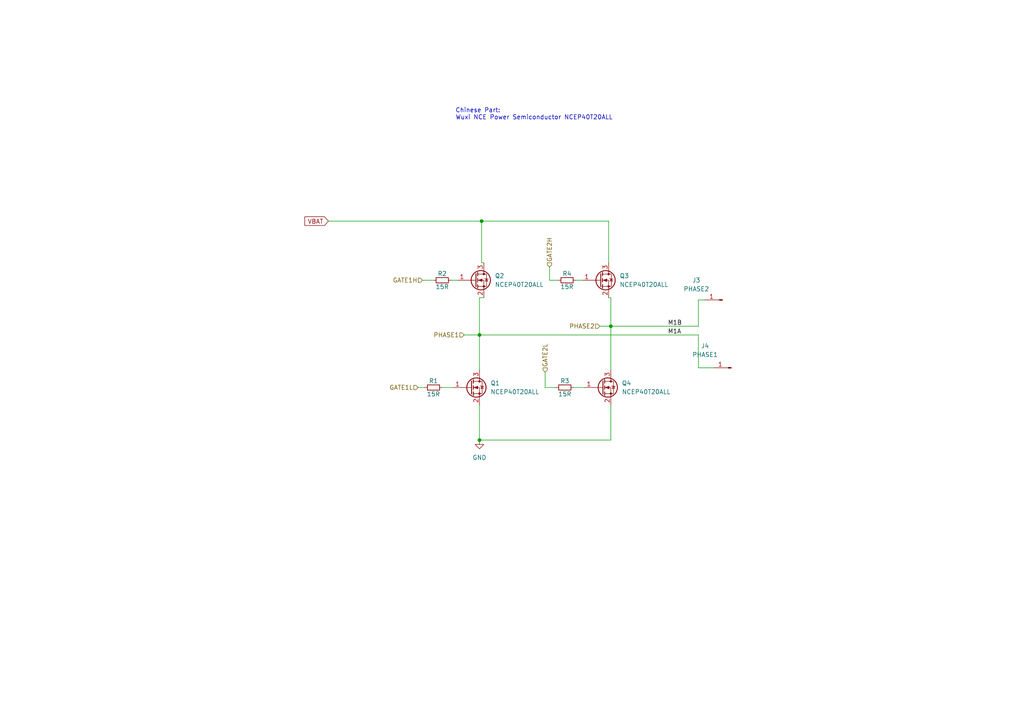
<source format=kicad_sch>
(kicad_sch (version 20210621) (generator eeschema)
  (paper "A4")
  (lib_symbols
    (symbol "Connector:Conn_01x01_Male" (pin_names (offset 1.016) hide)
      (property "Reference" "J" (at 0 2.54 0))
      (property "Value" "Conn_01x01_Male" (at 0 -2.54 0))
      (symbol "Conn_01x01_Male_1_1"
        (polyline (pts (xy 1.27 0) (xy 0.8636 0)) (stroke (width 0.1524)))
        (rectangle (start 0.8636 0.127) (end 0 -0.127) (stroke (width 0.1524)) (fill (type outline)))
        (pin passive line (at 5.08 0 180) (length 3.81) (name "Pin_1") (number "1"))
      )
    )
    (symbol "Device:R_Small" (pin_numbers hide) (pin_names (offset 0.254) hide)
      (property "Reference" "R" (at 0.762 0.508 0))
      (property "Value" "R_Small" (at 0.762 -1.016 0))
      (symbol "R_Small_0_1"
        (rectangle (start -0.762 1.778) (end 0.762 -1.778) (stroke (width 0.2032)))
      )
      (symbol "R_Small_1_1"
        (pin passive line (at 0 2.54 270) (length 0.762) (name "~") (number "1"))
        (pin passive line (at 0 -2.54 90) (length 0.762) (name "~") (number "2"))
      )
    )
    (symbol "Transistor_FET:IPT012N08N5" (pin_names hide)
      (property "Reference" "Q" (at 5.08 1.905 0))
      (property "Value" "IPT012N08N5" (at 5.08 0 0))
      (symbol "IPT012N08N5_0_1"
        (polyline (pts (xy 0.254 0) (xy -2.54 0)))
        (polyline (pts (xy 0.254 1.905) (xy 0.254 -1.905)) (stroke (width 0.254)))
        (polyline (pts (xy 0.762 -1.27) (xy 0.762 -2.286)) (stroke (width 0.254)))
        (polyline (pts (xy 0.762 0.508) (xy 0.762 -0.508)) (stroke (width 0.254)))
        (polyline (pts (xy 0.762 2.286) (xy 0.762 1.27)) (stroke (width 0.254)))
        (polyline (pts (xy 2.54 2.54) (xy 2.54 1.778)))
        (polyline (pts (xy 2.54 -2.54) (xy 2.54 0) (xy 0.762 0)))
        (polyline (pts (xy 0.762 -1.778) (xy 3.302 -1.778) (xy 3.302 1.778) (xy 0.762 1.778)))
        (polyline (pts (xy 1.016 0) (xy 2.032 0.381) (xy 2.032 -0.381) (xy 1.016 0)) (fill (type outline)))
        (polyline (pts (xy 2.794 0.508) (xy 2.921 0.381) (xy 3.683 0.381) (xy 3.81 0.254)))
        (polyline (pts (xy 3.302 0.381) (xy 2.921 -0.254) (xy 3.683 -0.254) (xy 3.302 0.381)))
        (circle (center 1.651 0) (radius 2.794) (stroke (width 0.254)))
        (circle (center 2.54 -1.778) (radius 0.254) (fill (type outline)))
        (circle (center 2.54 1.778) (radius 0.254) (fill (type outline)))
      )
      (symbol "IPT012N08N5_1_1"
        (pin input line (at -5.08 0 0) (length 2.54) (name "G") (number "1"))
        (pin passive line (at 2.54 -5.08 90) (length 2.54) (name "S") (number "2"))
        (pin passive line (at 2.54 5.08 270) (length 2.54) (name "D") (number "3"))
      )
    )
    (symbol "power:GND" (power) (pin_names (offset 0))
      (property "Value" "GND" (at 0 -3.81 0))
      (symbol "GND_0_1"
        (polyline (pts (xy 0 0) (xy 0 -1.27) (xy 1.27 -1.27) (xy 0 -2.54) (xy -1.27 -1.27) (xy 0 -1.27)))
      )
      (symbol "GND_1_1"
        (pin power_in line (at 0 0 270) (length 0) hide (name "GND") (number "1"))
      )
    )
  )
  (junction (at 177.165 94.615))
  (junction (at 139.065 127.635))
  (junction (at 139.7 64.135))
  (junction (at 139.065 97.155))
  (wire (pts (xy 95.25 64.135) (xy 139.7 64.135)))
  (wire (pts (xy 121.285 112.395) (xy 123.19 112.395)))
  (wire (pts (xy 128.27 112.395) (xy 131.445 112.395)))
  (wire (pts (xy 202.565 97.155) (xy 202.565 106.68)))
  (wire (pts (xy 202.565 106.68) (xy 207.01 106.68)))
  (wire (pts (xy 139.065 127.635) (xy 177.165 127.635)))
  (wire (pts (xy 159.385 77.47) (xy 159.385 81.28)))
  (wire (pts (xy 167.005 81.28) (xy 168.91 81.28)))
  (wire (pts (xy 159.385 81.28) (xy 161.925 81.28)))
  (wire (pts (xy 177.165 94.615) (xy 177.165 86.36)))
  (wire (pts (xy 173.99 94.615) (xy 177.165 94.615)))
  (wire (pts (xy 176.53 64.135) (xy 139.7 64.135)))
  (wire (pts (xy 139.065 107.315) (xy 139.065 97.155)))
  (wire (pts (xy 177.165 94.615) (xy 202.565 94.615)))
  (wire (pts (xy 139.065 117.475) (xy 139.065 127.635)))
  (wire (pts (xy 139.7 64.135) (xy 139.7 76.2)))
  (wire (pts (xy 139.065 86.36) (xy 140.335 86.36)))
  (wire (pts (xy 130.81 81.28) (xy 132.715 81.28)))
  (wire (pts (xy 122.555 81.28) (xy 125.73 81.28)))
  (wire (pts (xy 177.165 86.36) (xy 176.53 86.36)))
  (wire (pts (xy 177.165 117.475) (xy 177.165 127.635)))
  (wire (pts (xy 139.7 76.2) (xy 140.335 76.2)))
  (wire (pts (xy 166.37 112.395) (xy 169.545 112.395)))
  (wire (pts (xy 158.115 112.395) (xy 161.29 112.395)))
  (wire (pts (xy 134.62 97.155) (xy 139.065 97.155)))
  (wire (pts (xy 158.115 107.95) (xy 158.115 112.395)))
  (wire (pts (xy 177.165 107.315) (xy 177.165 94.615)))
  (wire (pts (xy 202.565 86.995) (xy 202.565 94.615)))
  (wire (pts (xy 204.47 86.995) (xy 202.565 86.995)))
  (wire (pts (xy 176.53 76.2) (xy 176.53 64.135)))
  (wire (pts (xy 139.065 97.155) (xy 139.065 86.36)))
  (wire (pts (xy 139.065 97.155) (xy 202.565 97.155)))
  (text "Chinese Part:\nWuxi NCE Power Semiconductor NCEP40T20ALL" (at 132.08 34.925 0) (effects (font (size 1.27 1.27)) (justify left bottom)))
  (label "M1B" (at 193.675 94.615 0))
  (label "M1A" (at 193.675 97.155 0))
  (global_label "VBAT" (shape input) (at 95.25 64.135 180) (property "Intersheet References" "${INTERSHEET_REFS}" (effects hide)))
  (hierarchical_label "PHASE1" (shape input) (at 134.62 97.155 180))
  (hierarchical_label "PHASE2" (shape input) (at 173.99 94.615 180))
  (hierarchical_label "GATE1H" (shape input) (at 122.555 81.28 180))
  (hierarchical_label "GATE2H" (shape input) (at 159.385 77.47 90))
  (hierarchical_label "GATE1L" (shape input) (at 121.285 112.395 180))
  (hierarchical_label "GATE2L" (shape input) (at 158.115 107.95 90))
  (symbol (lib_id "Transistor_FET:IPT012N08N5") (at 173.99 81.28 0)
    (property "Reference" "Q3" (at 179.705 80.0099 0) (effects (justify left)))
    (property "Value" "NCEP40T20ALL" (at 179.705 82.5499 0) (effects (justify left)))
    (property "Footprint" "Package_TO_SOT_SMD:Infineon_PG-HSOF-8-1_ThermalVias" (effects hide))
    (property "Datasheet" "http://www.infineon.com/dgdl/Infineon-IPT012N08N5-DS-v02_01-EN.pdf?fileId=5546d4624a75e5f1014aca59127a1eb9" (effects hide))
  )
  (symbol (lib_id "Transistor_FET:IPT012N08N5") (at 174.625 112.395 0)
    (property "Reference" "Q4" (at 180.34 111.1249 0) (effects (justify left)))
    (property "Value" "NCEP40T20ALL" (at 180.34 113.6649 0) (effects (justify left)))
    (property "Footprint" "Package_TO_SOT_SMD:Infineon_PG-HSOF-8-1_ThermalVias" (effects hide))
    (property "Datasheet" "http://www.infineon.com/dgdl/Infineon-IPT012N08N5-DS-v02_01-EN.pdf?fileId=5546d4624a75e5f1014aca59127a1eb9" (effects hide))
  )
  (symbol (lib_id "power:GND") (at 139.065 127.635 0)
    (property "Reference" "#PWR02" (effects hide))
    (property "Value" "GND" (at 139.065 132.715 0))
  )
  (symbol (lib_id "Connector:Conn_01x01_Male") (at 212.09 106.68 0) (mirror y)
    (property "Reference" "J4" (at 204.508 100.33 0))
    (property "Value" "PHASE1" (at 204.508 102.87 0))
    (property "Footprint" "featheresc:screw_lug_terminal" (effects hide))
  )
  (symbol (lib_id "Transistor_FET:IPT012N08N5") (at 137.795 81.28 0)
    (property "Reference" "Q2" (at 143.51 80.0099 0) (effects (justify left)))
    (property "Value" "NCEP40T20ALL" (at 143.51 82.5499 0) (effects (justify left)))
    (property "Footprint" "Package_TO_SOT_SMD:Infineon_PG-HSOF-8-1_ThermalVias" (effects hide))
    (property "Datasheet" "http://www.infineon.com/dgdl/Infineon-IPT012N08N5-DS-v02_01-EN.pdf?fileId=5546d4624a75e5f1014aca59127a1eb9" (effects hide))
  )
  (symbol (lib_id "Device:R_Small") (at 128.27 81.28 90)
    (property "Reference" "R2" (at 128.27 79.375 90))
    (property "Value" "15R" (at 128.27 83.185 90))
    (property "Footprint" "Resistor_THT:R_Axial_DIN0207_L6.3mm_D2.5mm_P15.24mm_Horizontal" (effects hide))
  )
  (symbol (lib_id "Device:R_Small") (at 164.465 81.28 90)
    (property "Reference" "R4" (at 164.465 79.375 90))
    (property "Value" "15R" (at 164.465 83.185 90))
    (property "Footprint" "Resistor_THT:R_Axial_DIN0207_L6.3mm_D2.5mm_P15.24mm_Horizontal" (effects hide))
  )
  (symbol (lib_id "Transistor_FET:IPT012N08N5") (at 136.525 112.395 0)
    (property "Reference" "Q1" (at 142.24 111.1249 0) (effects (justify left)))
    (property "Value" "NCEP40T20ALL" (at 142.24 113.6649 0) (effects (justify left)))
    (property "Footprint" "Package_TO_SOT_SMD:Infineon_PG-HSOF-8-1_ThermalVias" (effects hide))
    (property "Datasheet" "http://www.infineon.com/dgdl/Infineon-IPT012N08N5-DS-v02_01-EN.pdf?fileId=5546d4624a75e5f1014aca59127a1eb9" (effects hide))
  )
  (symbol (lib_id "Device:R_Small") (at 163.83 112.395 90)
    (property "Reference" "R3" (at 163.83 110.49 90))
    (property "Value" "15R" (at 163.83 114.3 90))
    (property "Footprint" "Resistor_THT:R_Axial_DIN0207_L6.3mm_D2.5mm_P15.24mm_Horizontal" (effects hide))
  )
  (symbol (lib_id "Connector:Conn_01x01_Male") (at 209.55 86.995 0) (mirror y)
    (property "Reference" "J3" (at 201.968 81.28 0))
    (property "Value" "PHASE2" (at 201.968 83.82 0))
    (property "Footprint" "featheresc:screw_lug_terminal" (effects hide))
  )
  (symbol (lib_id "Device:R_Small") (at 125.73 112.395 90)
    (property "Reference" "R1" (at 125.73 110.49 90))
    (property "Value" "15R" (at 125.73 114.3 90))
    (property "Footprint" "Resistor_THT:R_Axial_DIN0207_L6.3mm_D2.5mm_P15.24mm_Horizontal" (effects hide))
  )
)
</source>
